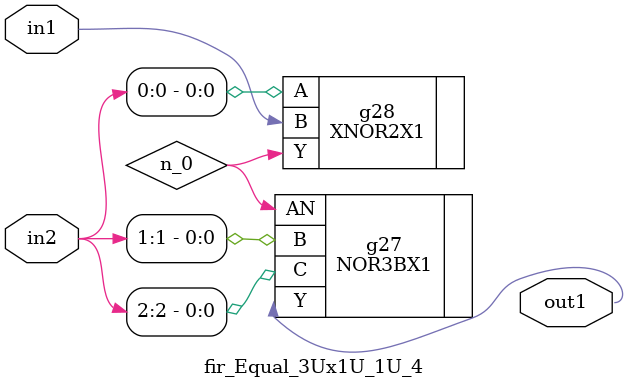
<source format=v>
`timescale 1ps / 1ps


module fir_Equal_3Ux1U_1U_4(in2, in1, out1);
  input [2:0] in2;
  input in1;
  output out1;
  wire [2:0] in2;
  wire in1;
  wire out1;
  wire n_0;
  NOR3BX1 g27(.AN (n_0), .B (in2[1]), .C (in2[2]), .Y (out1));
  XNOR2X1 g28(.A (in2[0]), .B (in1), .Y (n_0));
endmodule



</source>
